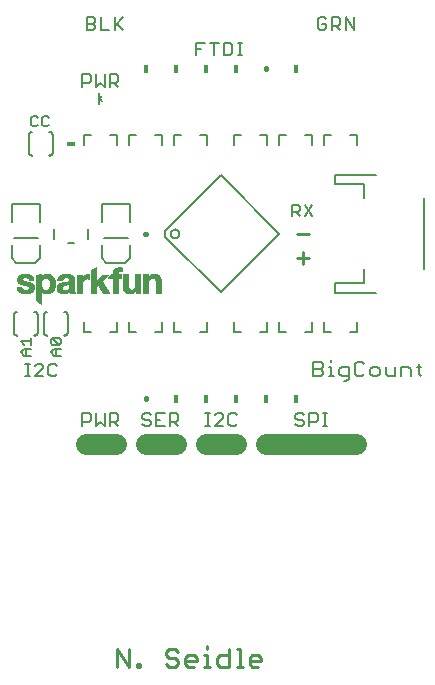
<source format=gto>
G75*
G70*
%OFA0B0*%
%FSLAX24Y24*%
%IPPOS*%
%LPD*%
%AMOC8*
5,1,8,0,0,1.08239X$1,22.5*
%
%ADD10C,0.0080*%
%ADD11C,0.0110*%
%ADD12C,0.0070*%
%ADD13C,0.0060*%
%ADD14C,0.0700*%
%ADD15C,0.0010*%
%ADD16R,0.0160X0.0280*%
%ADD17C,0.0160*%
%ADD18C,0.0050*%
%ADD19R,0.0280X0.0160*%
D10*
X013223Y008423D02*
X013223Y008844D01*
X013434Y008844D01*
X013504Y008774D01*
X013504Y008634D01*
X013434Y008563D01*
X013223Y008563D01*
X013684Y008423D02*
X013824Y008563D01*
X013964Y008423D01*
X013964Y008844D01*
X014144Y008844D02*
X014354Y008844D01*
X014424Y008774D01*
X014424Y008634D01*
X014354Y008563D01*
X014144Y008563D01*
X014144Y008423D02*
X014144Y008844D01*
X014284Y008563D02*
X014424Y008423D01*
X013684Y008423D02*
X013684Y008844D01*
X015223Y008774D02*
X015223Y008704D01*
X015293Y008634D01*
X015434Y008634D01*
X015504Y008563D01*
X015504Y008493D01*
X015434Y008423D01*
X015293Y008423D01*
X015223Y008493D01*
X015223Y008774D02*
X015293Y008844D01*
X015434Y008844D01*
X015504Y008774D01*
X015684Y008844D02*
X015684Y008423D01*
X015964Y008423D01*
X016144Y008423D02*
X016144Y008844D01*
X016354Y008844D01*
X016424Y008774D01*
X016424Y008634D01*
X016354Y008563D01*
X016144Y008563D01*
X016284Y008563D02*
X016424Y008423D01*
X015964Y008844D02*
X015684Y008844D01*
X015684Y008634D02*
X015824Y008634D01*
X017323Y008844D02*
X017463Y008844D01*
X017393Y008844D02*
X017393Y008423D01*
X017323Y008423D02*
X017463Y008423D01*
X017630Y008423D02*
X017910Y008704D01*
X017910Y008774D01*
X017840Y008844D01*
X017700Y008844D01*
X017630Y008774D01*
X018091Y008774D02*
X018091Y008493D01*
X018161Y008423D01*
X018301Y008423D01*
X018371Y008493D01*
X018371Y008774D02*
X018301Y008844D01*
X018161Y008844D01*
X018091Y008774D01*
X017910Y008423D02*
X017630Y008423D01*
X020323Y008493D02*
X020393Y008423D01*
X020534Y008423D01*
X020604Y008493D01*
X020604Y008563D01*
X020534Y008634D01*
X020393Y008634D01*
X020323Y008704D01*
X020323Y008774D01*
X020393Y008844D01*
X020534Y008844D01*
X020604Y008774D01*
X020784Y008844D02*
X020994Y008844D01*
X021064Y008774D01*
X021064Y008634D01*
X020994Y008563D01*
X020784Y008563D01*
X020784Y008423D02*
X020784Y008844D01*
X021244Y008844D02*
X021384Y008844D01*
X021314Y008844D02*
X021314Y008423D01*
X021244Y008423D02*
X021384Y008423D01*
X021943Y009913D02*
X022023Y009913D01*
X022103Y009993D01*
X022103Y010394D01*
X021863Y010394D01*
X021783Y010314D01*
X021783Y010153D01*
X021863Y010073D01*
X022103Y010073D01*
X022298Y010153D02*
X022378Y010073D01*
X022539Y010073D01*
X022619Y010153D01*
X022814Y010153D02*
X022814Y010314D01*
X022894Y010394D01*
X023054Y010394D01*
X023134Y010314D01*
X023134Y010153D01*
X023054Y010073D01*
X022894Y010073D01*
X022814Y010153D01*
X023330Y010153D02*
X023330Y010394D01*
X023330Y010153D02*
X023410Y010073D01*
X023650Y010073D01*
X023650Y010394D01*
X023845Y010394D02*
X024085Y010394D01*
X024166Y010314D01*
X024166Y010073D01*
X024441Y010153D02*
X024521Y010073D01*
X024441Y010153D02*
X024441Y010474D01*
X024361Y010394D02*
X024521Y010394D01*
X023845Y010394D02*
X023845Y010073D01*
X022619Y010474D02*
X022539Y010554D01*
X022378Y010554D01*
X022298Y010474D01*
X022298Y010153D01*
X021599Y010073D02*
X021439Y010073D01*
X021519Y010073D02*
X021519Y010394D01*
X021439Y010394D01*
X021519Y010554D02*
X021519Y010634D01*
X021244Y010474D02*
X021244Y010394D01*
X021164Y010314D01*
X020923Y010314D01*
X020923Y010554D02*
X020923Y010073D01*
X021164Y010073D01*
X021244Y010153D01*
X021244Y010233D01*
X021164Y010314D01*
X021244Y010474D02*
X021164Y010554D01*
X020923Y010554D01*
X020885Y011558D02*
X020885Y011873D01*
X020885Y011558D02*
X020648Y011558D01*
X021282Y011558D02*
X021282Y011873D01*
X021282Y011558D02*
X021518Y011558D01*
X022148Y011558D02*
X022385Y011558D01*
X022385Y011873D01*
X023018Y012861D02*
X021640Y012861D01*
X021640Y013176D01*
X022625Y013176D01*
X022625Y013648D01*
X024593Y013648D02*
X024593Y016010D01*
X023018Y016798D02*
X021640Y016798D01*
X021640Y016483D01*
X022625Y016483D01*
X022625Y016010D01*
X022385Y017794D02*
X022385Y018109D01*
X022148Y018109D01*
X021518Y018109D02*
X021282Y018109D01*
X021282Y017794D01*
X020885Y017794D02*
X020885Y018109D01*
X020648Y018109D01*
X020018Y018109D02*
X019782Y018109D01*
X019782Y017794D01*
X019385Y017794D02*
X019385Y018109D01*
X019148Y018109D01*
X018518Y018109D02*
X018282Y018109D01*
X018282Y017794D01*
X017385Y017794D02*
X017385Y018109D01*
X017148Y018109D01*
X016518Y018109D02*
X016282Y018109D01*
X016282Y017794D01*
X015885Y017794D02*
X015885Y018109D01*
X015648Y018109D01*
X015018Y018109D02*
X014782Y018109D01*
X014782Y017794D01*
X014385Y017794D02*
X014385Y018109D01*
X014148Y018109D01*
X013518Y018109D02*
X013282Y018109D01*
X013282Y017794D01*
X012227Y017518D02*
X012227Y018148D01*
X012227Y018149D02*
X012222Y018165D01*
X012214Y018181D01*
X012204Y018195D01*
X012192Y018207D01*
X012177Y018217D01*
X012161Y018224D01*
X012144Y018228D01*
X012127Y018229D01*
X012109Y018227D01*
X011558Y018227D02*
X011538Y018229D01*
X011519Y018227D01*
X011500Y018221D01*
X011483Y018212D01*
X011467Y018200D01*
X011455Y018185D01*
X011446Y018167D01*
X011440Y018149D01*
X011440Y018148D02*
X011440Y017518D01*
X011446Y017500D01*
X011455Y017482D01*
X011467Y017467D01*
X011483Y017455D01*
X011500Y017446D01*
X011519Y017440D01*
X011538Y017438D01*
X011558Y017440D01*
X012109Y017440D02*
X012127Y017438D01*
X012144Y017439D01*
X012161Y017443D01*
X012177Y017450D01*
X012192Y017460D01*
X012204Y017472D01*
X012214Y017486D01*
X012222Y017502D01*
X012227Y017518D01*
X011806Y015818D02*
X010861Y015818D01*
X010861Y015227D01*
X011806Y015227D02*
X011806Y015818D01*
X012273Y015002D02*
X012273Y014664D01*
X012728Y014514D02*
X012939Y014514D01*
X013393Y014664D02*
X013393Y015002D01*
X013861Y015227D02*
X013861Y015818D01*
X014806Y015818D01*
X014806Y015227D01*
X014806Y014440D02*
X014806Y014007D01*
X014648Y013849D01*
X014018Y013849D01*
X013861Y014007D01*
X013861Y014440D01*
X011806Y014440D02*
X011806Y014007D01*
X011648Y013849D01*
X011018Y013849D01*
X010861Y014007D01*
X010861Y014440D01*
X010940Y012148D02*
X010940Y011518D01*
X010946Y011500D01*
X010955Y011482D01*
X010967Y011467D01*
X010983Y011455D01*
X011000Y011446D01*
X011019Y011440D01*
X011038Y011438D01*
X011058Y011440D01*
X011609Y011440D02*
X011627Y011438D01*
X011644Y011439D01*
X011661Y011443D01*
X011677Y011450D01*
X011692Y011460D01*
X011704Y011472D01*
X011714Y011486D01*
X011722Y011502D01*
X011727Y011518D01*
X011727Y012148D01*
X011727Y012149D02*
X011722Y012165D01*
X011714Y012181D01*
X011704Y012195D01*
X011692Y012207D01*
X011677Y012217D01*
X011661Y012224D01*
X011644Y012228D01*
X011627Y012229D01*
X011609Y012227D01*
X011940Y012148D02*
X011940Y011518D01*
X011946Y011500D01*
X011955Y011482D01*
X011967Y011467D01*
X011983Y011455D01*
X012000Y011446D01*
X012019Y011440D01*
X012038Y011438D01*
X012058Y011440D01*
X012609Y011440D02*
X012627Y011438D01*
X012644Y011439D01*
X012661Y011443D01*
X012677Y011450D01*
X012692Y011460D01*
X012704Y011472D01*
X012714Y011486D01*
X012722Y011502D01*
X012727Y011518D01*
X012727Y012148D01*
X012727Y012149D02*
X012722Y012165D01*
X012714Y012181D01*
X012704Y012195D01*
X012692Y012207D01*
X012677Y012217D01*
X012661Y012224D01*
X012644Y012228D01*
X012627Y012229D01*
X012609Y012227D01*
X012058Y012227D02*
X012038Y012229D01*
X012019Y012227D01*
X012000Y012221D01*
X011983Y012212D01*
X011967Y012200D01*
X011955Y012185D01*
X011946Y012167D01*
X011940Y012149D01*
X011058Y012227D02*
X011038Y012229D01*
X011019Y012227D01*
X011000Y012221D01*
X010983Y012212D01*
X010967Y012200D01*
X010955Y012185D01*
X010946Y012167D01*
X010940Y012149D01*
X013282Y011873D02*
X013282Y011558D01*
X013518Y011558D01*
X014148Y011558D02*
X014385Y011558D01*
X014385Y011873D01*
X014782Y011873D02*
X014782Y011558D01*
X015018Y011558D01*
X015648Y011558D02*
X015885Y011558D01*
X015885Y011873D01*
X016282Y011873D02*
X016282Y011558D01*
X016518Y011558D01*
X017148Y011558D02*
X017385Y011558D01*
X017385Y011873D01*
X018282Y011873D02*
X018282Y011558D01*
X018518Y011558D01*
X019148Y011558D02*
X019385Y011558D01*
X019385Y011873D01*
X019782Y011873D02*
X019782Y011558D01*
X020018Y011558D01*
X012371Y010424D02*
X012301Y010494D01*
X012161Y010494D01*
X012091Y010424D01*
X012091Y010143D01*
X012161Y010073D01*
X012301Y010073D01*
X012371Y010143D01*
X011910Y010073D02*
X011630Y010073D01*
X011910Y010354D01*
X011910Y010424D01*
X011840Y010494D01*
X011700Y010494D01*
X011630Y010424D01*
X011463Y010494D02*
X011323Y010494D01*
X011393Y010494D02*
X011393Y010073D01*
X011323Y010073D02*
X011463Y010073D01*
X013766Y019152D02*
X013766Y019333D01*
X013888Y019425D01*
X013766Y019514D02*
X013766Y019333D01*
X013772Y019323D02*
X013888Y019247D01*
X013964Y019723D02*
X013964Y020144D01*
X014144Y020144D02*
X014354Y020144D01*
X014424Y020074D01*
X014424Y019934D01*
X014354Y019863D01*
X014144Y019863D01*
X014144Y019723D02*
X014144Y020144D01*
X013684Y020144D02*
X013684Y019723D01*
X013824Y019863D01*
X013964Y019723D01*
X014284Y019863D02*
X014424Y019723D01*
X013504Y019934D02*
X013434Y019863D01*
X013223Y019863D01*
X013223Y019723D02*
X013223Y020144D01*
X013434Y020144D01*
X013504Y020074D01*
X013504Y019934D01*
X013584Y021623D02*
X013373Y021623D01*
X013373Y022044D01*
X013584Y022044D01*
X013654Y021974D01*
X013654Y021904D01*
X013584Y021834D01*
X013373Y021834D01*
X013584Y021834D02*
X013654Y021763D01*
X013654Y021693D01*
X013584Y021623D01*
X013834Y021623D02*
X013834Y022044D01*
X013834Y021623D02*
X014114Y021623D01*
X014294Y021623D02*
X014294Y022044D01*
X014364Y021834D02*
X014574Y021623D01*
X014294Y021763D02*
X014574Y022044D01*
X017023Y021194D02*
X017023Y020773D01*
X017023Y020984D02*
X017163Y020984D01*
X017023Y021194D02*
X017304Y021194D01*
X017484Y021194D02*
X017764Y021194D01*
X017624Y021194D02*
X017624Y020773D01*
X017944Y020773D02*
X018154Y020773D01*
X018224Y020843D01*
X018224Y021124D01*
X018154Y021194D01*
X017944Y021194D01*
X017944Y020773D01*
X018405Y020773D02*
X018545Y020773D01*
X018475Y020773D02*
X018475Y021194D01*
X018405Y021194D02*
X018545Y021194D01*
X021073Y021693D02*
X021143Y021623D01*
X021284Y021623D01*
X021354Y021693D01*
X021354Y021834D01*
X021213Y021834D01*
X021073Y021974D02*
X021073Y021693D01*
X021073Y021974D02*
X021143Y022044D01*
X021284Y022044D01*
X021354Y021974D01*
X021534Y022044D02*
X021534Y021623D01*
X021534Y021763D02*
X021744Y021763D01*
X021814Y021834D01*
X021814Y021974D01*
X021744Y022044D01*
X021534Y022044D01*
X021674Y021763D02*
X021814Y021623D01*
X021994Y021623D02*
X021994Y022044D01*
X022274Y021623D01*
X022274Y022044D01*
D11*
X020782Y014834D02*
X020388Y014834D01*
X020585Y014230D02*
X020585Y013837D01*
X020388Y014034D02*
X020782Y014034D01*
X018461Y000979D02*
X018461Y000388D01*
X018363Y000388D02*
X018560Y000388D01*
X018793Y000487D02*
X018891Y000388D01*
X019088Y000388D01*
X019186Y000585D02*
X018793Y000585D01*
X018793Y000487D02*
X018793Y000684D01*
X018891Y000782D01*
X019088Y000782D01*
X019186Y000684D01*
X019186Y000585D01*
X018461Y000979D02*
X018363Y000979D01*
X018112Y000979D02*
X018112Y000388D01*
X017817Y000388D01*
X017719Y000487D01*
X017719Y000684D01*
X017817Y000782D01*
X018112Y000782D01*
X017387Y000782D02*
X017387Y000388D01*
X017289Y000388D02*
X017486Y000388D01*
X017038Y000585D02*
X016644Y000585D01*
X016644Y000487D02*
X016644Y000684D01*
X016743Y000782D01*
X016940Y000782D01*
X017038Y000684D01*
X017038Y000585D01*
X016940Y000388D02*
X016743Y000388D01*
X016644Y000487D01*
X016393Y000487D02*
X016295Y000388D01*
X016098Y000388D01*
X016000Y000487D01*
X016098Y000684D02*
X016295Y000684D01*
X016393Y000585D01*
X016393Y000487D01*
X016098Y000684D02*
X016000Y000782D01*
X016000Y000880D01*
X016098Y000979D01*
X016295Y000979D01*
X016393Y000880D01*
X017289Y000782D02*
X017387Y000782D01*
X017387Y000979D02*
X017387Y001077D01*
X015131Y000487D02*
X015131Y000388D01*
X015033Y000388D01*
X015033Y000487D01*
X015131Y000487D01*
X014782Y000388D02*
X014782Y000979D01*
X014388Y000979D02*
X014782Y000388D01*
X014388Y000388D02*
X014388Y000979D01*
D12*
X020218Y015418D02*
X020218Y015799D01*
X020408Y015799D01*
X020472Y015735D01*
X020472Y015608D01*
X020408Y015545D01*
X020218Y015545D01*
X020345Y015545D02*
X020472Y015418D01*
X020633Y015418D02*
X020886Y015799D01*
X020633Y015799D02*
X020886Y015418D01*
D13*
X019785Y014833D02*
X017833Y012882D01*
X015981Y014735D01*
X015981Y014932D01*
X017833Y016785D01*
X019785Y014833D01*
X016165Y014833D02*
X016167Y014856D01*
X016173Y014879D01*
X016182Y014900D01*
X016195Y014920D01*
X016211Y014937D01*
X016229Y014951D01*
X016249Y014962D01*
X016271Y014970D01*
X016294Y014974D01*
X016318Y014974D01*
X016341Y014970D01*
X016363Y014962D01*
X016383Y014951D01*
X016401Y014937D01*
X016417Y014920D01*
X016430Y014900D01*
X016439Y014879D01*
X016445Y014856D01*
X016447Y014833D01*
X016445Y014810D01*
X016439Y014787D01*
X016430Y014766D01*
X016417Y014746D01*
X016401Y014729D01*
X016383Y014715D01*
X016363Y014704D01*
X016341Y014696D01*
X016318Y014692D01*
X016294Y014692D01*
X016271Y014696D01*
X016249Y014704D01*
X016229Y014715D01*
X016211Y014729D01*
X016195Y014746D01*
X016182Y014766D01*
X016173Y014787D01*
X016167Y014810D01*
X016165Y014833D01*
X012109Y018470D02*
X012052Y018413D01*
X011938Y018413D01*
X011882Y018470D01*
X011882Y018697D01*
X011938Y018754D01*
X012052Y018754D01*
X012109Y018697D01*
X011740Y018697D02*
X011683Y018754D01*
X011570Y018754D01*
X011513Y018697D01*
X011513Y018470D01*
X011570Y018413D01*
X011683Y018413D01*
X011740Y018470D01*
X011503Y011359D02*
X011503Y011132D01*
X011503Y011245D02*
X011163Y011245D01*
X011276Y011132D01*
X011276Y010990D02*
X011503Y010990D01*
X011333Y010990D02*
X011333Y010763D01*
X011276Y010763D02*
X011163Y010877D01*
X011276Y010990D01*
X011276Y010763D02*
X011503Y010763D01*
X012163Y010877D02*
X012276Y010990D01*
X012503Y010990D01*
X012447Y011132D02*
X012220Y011359D01*
X012447Y011359D01*
X012503Y011302D01*
X012503Y011188D01*
X012447Y011132D01*
X012220Y011132D01*
X012163Y011188D01*
X012163Y011302D01*
X012220Y011359D01*
X012333Y010990D02*
X012333Y010763D01*
X012276Y010763D02*
X012163Y010877D01*
X012276Y010763D02*
X012503Y010763D01*
D14*
X013333Y007833D02*
X014333Y007833D01*
X015333Y007833D02*
X016333Y007833D01*
X017333Y007833D02*
X018333Y007833D01*
X019333Y007833D02*
X022333Y007833D01*
D15*
X015426Y013396D02*
X015437Y013411D01*
X015453Y013430D01*
X015471Y013446D01*
X015507Y013469D01*
X015546Y013483D01*
X015587Y013489D01*
X015666Y013487D01*
X015705Y013479D01*
X015740Y013463D01*
X015771Y013438D01*
X015791Y013416D01*
X015806Y013390D01*
X015816Y013362D01*
X015826Y013319D01*
X015829Y013274D01*
X015829Y012859D01*
X015668Y012859D01*
X015668Y013239D01*
X015666Y013268D01*
X015658Y013296D01*
X015645Y013322D01*
X015633Y013338D01*
X015617Y013351D01*
X015599Y013360D01*
X015587Y013364D01*
X015573Y013364D01*
X015529Y013362D01*
X015507Y013359D01*
X015485Y013350D01*
X015466Y013337D01*
X015252Y013337D01*
X015252Y013329D02*
X015459Y013329D01*
X015466Y013337D02*
X015445Y013314D01*
X015430Y013286D01*
X015252Y013286D01*
X015252Y013278D02*
X015428Y013278D01*
X015430Y013286D02*
X015422Y013256D01*
X015418Y013224D01*
X015418Y012855D01*
X015252Y012855D01*
X015252Y013474D01*
X015411Y013474D01*
X015411Y013387D01*
X015414Y013387D01*
X015418Y013388D01*
X015421Y013390D01*
X015426Y013396D01*
X015437Y013411D01*
X015439Y013414D02*
X015792Y013414D01*
X015797Y013405D02*
X015433Y013405D01*
X015427Y013397D02*
X015802Y013397D01*
X015806Y013388D02*
X015418Y013388D01*
X015414Y013387D02*
X015411Y013387D01*
X015411Y013474D01*
X015252Y013474D01*
X015252Y012855D01*
X015418Y012855D01*
X015418Y013197D01*
X015418Y013193D02*
X015252Y013193D01*
X015252Y013201D02*
X015418Y013201D01*
X015418Y013210D02*
X015252Y013210D01*
X015252Y013218D02*
X015418Y013218D01*
X015419Y013227D02*
X015252Y013227D01*
X015252Y013235D02*
X015419Y013235D01*
X015420Y013244D02*
X015252Y013244D01*
X015252Y013252D02*
X015421Y013252D01*
X015423Y013261D02*
X015252Y013261D01*
X015252Y013269D02*
X015425Y013269D01*
X015435Y013295D02*
X015252Y013295D01*
X015252Y013303D02*
X015439Y013303D01*
X015444Y013312D02*
X015252Y013312D01*
X015252Y013320D02*
X015451Y013320D01*
X015479Y013346D02*
X015252Y013346D01*
X015252Y013354D02*
X015495Y013354D01*
X015539Y013363D02*
X015252Y013363D01*
X015252Y013371D02*
X015813Y013371D01*
X015816Y013363D02*
X015590Y013363D01*
X015611Y013354D02*
X015818Y013354D01*
X015820Y013346D02*
X015624Y013346D01*
X015634Y013337D02*
X015822Y013337D01*
X015824Y013329D02*
X015640Y013329D01*
X015646Y013320D02*
X015825Y013320D01*
X015826Y013312D02*
X015650Y013312D01*
X015816Y013362D02*
X015809Y013383D01*
X015799Y013403D01*
X015786Y013422D01*
X015771Y013438D01*
X015770Y013439D02*
X015464Y013439D01*
X015454Y013431D02*
X015778Y013431D01*
X015785Y013422D02*
X015447Y013422D01*
X015411Y013422D02*
X015252Y013422D01*
X015252Y013414D02*
X015411Y013414D01*
X015411Y013405D02*
X015252Y013405D01*
X015252Y013397D02*
X015411Y013397D01*
X015414Y013387D02*
X015418Y013388D01*
X015421Y013390D01*
X015411Y013388D02*
X015252Y013388D01*
X015252Y013380D02*
X015810Y013380D01*
X015827Y013303D02*
X015655Y013303D01*
X015658Y013295D02*
X015828Y013295D01*
X015828Y013286D02*
X015661Y013286D01*
X015663Y013278D02*
X015829Y013278D01*
X015829Y013274D02*
X015829Y012859D01*
X015668Y012859D01*
X015668Y013239D01*
X015668Y013235D02*
X015829Y013235D01*
X015829Y013227D02*
X015668Y013227D01*
X015668Y013218D02*
X015829Y013218D01*
X015829Y013210D02*
X015668Y013210D01*
X015668Y013201D02*
X015829Y013201D01*
X015829Y013193D02*
X015668Y013193D01*
X015668Y013184D02*
X015829Y013184D01*
X015829Y013176D02*
X015668Y013176D01*
X015668Y013167D02*
X015829Y013167D01*
X015829Y013159D02*
X015668Y013159D01*
X015668Y013150D02*
X015829Y013150D01*
X015829Y013142D02*
X015668Y013142D01*
X015668Y013133D02*
X015829Y013133D01*
X015829Y013125D02*
X015668Y013125D01*
X015668Y013116D02*
X015829Y013116D01*
X015829Y013108D02*
X015668Y013108D01*
X015668Y013099D02*
X015829Y013099D01*
X015829Y013091D02*
X015668Y013091D01*
X015668Y013082D02*
X015829Y013082D01*
X015829Y013074D02*
X015668Y013074D01*
X015668Y013065D02*
X015829Y013065D01*
X015829Y013057D02*
X015668Y013057D01*
X015668Y013048D02*
X015829Y013048D01*
X015829Y013040D02*
X015668Y013040D01*
X015668Y013031D02*
X015829Y013031D01*
X015829Y013023D02*
X015668Y013023D01*
X015668Y013014D02*
X015829Y013014D01*
X015829Y013006D02*
X015668Y013006D01*
X015668Y012997D02*
X015829Y012997D01*
X015829Y012989D02*
X015668Y012989D01*
X015668Y012980D02*
X015829Y012980D01*
X015829Y012972D02*
X015668Y012972D01*
X015668Y012963D02*
X015829Y012963D01*
X015829Y012955D02*
X015668Y012955D01*
X015668Y012946D02*
X015829Y012946D01*
X015829Y012938D02*
X015668Y012938D01*
X015668Y012929D02*
X015829Y012929D01*
X015829Y012921D02*
X015668Y012921D01*
X015668Y012912D02*
X015829Y012912D01*
X015829Y012904D02*
X015668Y012904D01*
X015668Y012895D02*
X015829Y012895D01*
X015829Y012887D02*
X015668Y012887D01*
X015668Y012878D02*
X015829Y012878D01*
X015829Y012870D02*
X015668Y012870D01*
X015668Y012861D02*
X015829Y012861D01*
X015666Y013488D02*
X015627Y013490D01*
X015587Y013489D01*
X015542Y013482D02*
X015693Y013482D01*
X015718Y013473D02*
X015519Y013473D01*
X015501Y013465D02*
X015736Y013465D01*
X015748Y013456D02*
X015487Y013456D01*
X015474Y013448D02*
X015759Y013448D01*
X015771Y013438D02*
X015754Y013454D01*
X015734Y013467D01*
X015712Y013477D01*
X015690Y013483D01*
X015667Y013487D01*
X015471Y013446D02*
X015453Y013430D01*
X015437Y013411D01*
X015411Y013431D02*
X015252Y013431D01*
X015252Y013439D02*
X015411Y013439D01*
X015411Y013448D02*
X015252Y013448D01*
X015252Y013456D02*
X015411Y013456D01*
X015411Y013465D02*
X015252Y013465D01*
X015252Y013473D02*
X015411Y013473D01*
X015427Y013396D02*
X015422Y013390D01*
X015817Y013363D02*
X015824Y013334D01*
X015828Y013304D01*
X015830Y013274D01*
X015829Y013269D02*
X015665Y013269D01*
X015666Y013261D02*
X015829Y013261D01*
X015829Y013252D02*
X015667Y013252D01*
X015668Y013244D02*
X015829Y013244D01*
X015430Y013286D02*
X015424Y013266D01*
X015420Y013245D01*
X015418Y013224D01*
X015418Y013184D02*
X015252Y013184D01*
X015252Y013176D02*
X015418Y013176D01*
X015418Y013167D02*
X015252Y013167D01*
X015252Y013159D02*
X015418Y013159D01*
X015418Y013150D02*
X015252Y013150D01*
X015252Y013142D02*
X015418Y013142D01*
X015418Y013133D02*
X015252Y013133D01*
X015252Y013125D02*
X015418Y013125D01*
X015418Y013116D02*
X015252Y013116D01*
X015252Y013108D02*
X015418Y013108D01*
X015418Y013099D02*
X015252Y013099D01*
X015252Y013091D02*
X015418Y013091D01*
X015418Y013082D02*
X015252Y013082D01*
X015252Y013074D02*
X015418Y013074D01*
X015418Y013065D02*
X015252Y013065D01*
X015252Y013057D02*
X015418Y013057D01*
X015418Y013048D02*
X015252Y013048D01*
X015252Y013040D02*
X015418Y013040D01*
X015418Y013031D02*
X015252Y013031D01*
X015252Y013023D02*
X015418Y013023D01*
X015418Y013014D02*
X015252Y013014D01*
X015252Y013006D02*
X015418Y013006D01*
X015418Y012997D02*
X015252Y012997D01*
X015252Y012989D02*
X015418Y012989D01*
X015418Y012980D02*
X015252Y012980D01*
X015252Y012972D02*
X015418Y012972D01*
X015418Y012963D02*
X015252Y012963D01*
X015252Y012955D02*
X015418Y012955D01*
X015418Y012946D02*
X015252Y012946D01*
X015252Y012938D02*
X015418Y012938D01*
X015418Y012929D02*
X015252Y012929D01*
X015252Y012921D02*
X015418Y012921D01*
X015418Y012912D02*
X015252Y012912D01*
X015252Y012904D02*
X015418Y012904D01*
X015418Y012895D02*
X015252Y012895D01*
X015252Y012887D02*
X015418Y012887D01*
X015418Y012878D02*
X015252Y012878D01*
X015252Y012870D02*
X015418Y012870D01*
X015418Y012861D02*
X015252Y012861D01*
X015154Y012861D02*
X014996Y012861D01*
X014996Y012858D02*
X015154Y012858D01*
X015154Y013473D01*
X014988Y013473D01*
X014988Y013146D01*
X014985Y013097D01*
X014976Y013049D01*
X014968Y013027D01*
X014954Y013007D01*
X014936Y012990D01*
X014915Y012978D01*
X014887Y012970D01*
X014858Y012967D01*
X014828Y012970D01*
X014800Y012979D01*
X014784Y012989D01*
X014584Y012989D01*
X014582Y012997D02*
X014774Y012997D01*
X014770Y013001D02*
X014758Y013016D01*
X014744Y013048D01*
X014576Y013048D01*
X014575Y013050D02*
X014579Y013007D01*
X014591Y012965D01*
X014610Y012926D01*
X014636Y012891D01*
X014646Y012882D01*
X014682Y012862D01*
X014721Y012848D01*
X014761Y012842D01*
X014820Y012844D01*
X014878Y012852D01*
X014889Y012856D01*
X014898Y012860D01*
X014935Y012886D01*
X014968Y012917D01*
X014995Y012952D01*
X014996Y012952D01*
X014996Y012858D01*
X014996Y012870D02*
X015154Y012870D01*
X015154Y012878D02*
X014996Y012878D01*
X014996Y012887D02*
X015154Y012887D01*
X015154Y012895D02*
X014996Y012895D01*
X014996Y012904D02*
X015154Y012904D01*
X015154Y012912D02*
X014996Y012912D01*
X014996Y012921D02*
X015154Y012921D01*
X015154Y012929D02*
X014996Y012929D01*
X014996Y012938D02*
X015154Y012938D01*
X015154Y012946D02*
X014996Y012946D01*
X014991Y012946D02*
X014600Y012946D01*
X014605Y012938D02*
X014984Y012938D01*
X014977Y012929D02*
X014609Y012929D01*
X014614Y012921D02*
X014970Y012921D01*
X014962Y012912D02*
X014621Y012912D01*
X014627Y012904D02*
X014953Y012904D01*
X014944Y012895D02*
X014633Y012895D01*
X014641Y012887D02*
X014935Y012887D01*
X014924Y012878D02*
X014653Y012878D01*
X014668Y012870D02*
X014912Y012870D01*
X014900Y012861D02*
X014683Y012861D01*
X014707Y012853D02*
X014880Y012853D01*
X014825Y012844D02*
X014748Y012844D01*
X014799Y012980D02*
X014587Y012980D01*
X014589Y012972D02*
X014824Y012972D01*
X014784Y012989D02*
X014770Y013001D01*
X014766Y013006D02*
X014580Y013006D01*
X014579Y013014D02*
X014760Y013014D01*
X014755Y013023D02*
X014578Y013023D01*
X014577Y013031D02*
X014752Y013031D01*
X014748Y013040D02*
X014576Y013040D01*
X014575Y013050D02*
X014575Y013475D01*
X014738Y013475D01*
X014738Y013081D01*
X014744Y013048D01*
X014743Y013057D02*
X014575Y013057D01*
X014575Y013065D02*
X014741Y013065D01*
X014740Y013074D02*
X014575Y013074D01*
X014575Y013082D02*
X014738Y013082D01*
X014738Y013091D02*
X014575Y013091D01*
X014575Y013099D02*
X014738Y013099D01*
X014738Y013108D02*
X014575Y013108D01*
X014575Y013116D02*
X014738Y013116D01*
X014738Y013125D02*
X014575Y013125D01*
X014575Y013133D02*
X014738Y013133D01*
X014738Y013142D02*
X014575Y013142D01*
X014575Y013150D02*
X014738Y013150D01*
X014738Y013159D02*
X014575Y013159D01*
X014575Y013167D02*
X014738Y013167D01*
X014738Y013176D02*
X014575Y013176D01*
X014575Y013184D02*
X014738Y013184D01*
X014738Y013193D02*
X014575Y013193D01*
X014575Y013201D02*
X014738Y013201D01*
X014738Y013210D02*
X014575Y013210D01*
X014575Y013218D02*
X014738Y013218D01*
X014738Y013227D02*
X014575Y013227D01*
X014575Y013235D02*
X014738Y013235D01*
X014738Y013244D02*
X014575Y013244D01*
X014575Y013252D02*
X014738Y013252D01*
X014738Y013261D02*
X014575Y013261D01*
X014575Y013269D02*
X014738Y013269D01*
X014738Y013278D02*
X014575Y013278D01*
X014575Y013286D02*
X014738Y013286D01*
X014738Y013295D02*
X014575Y013295D01*
X014575Y013303D02*
X014738Y013303D01*
X014738Y013312D02*
X014575Y013312D01*
X014575Y013320D02*
X014738Y013320D01*
X014738Y013329D02*
X014575Y013329D01*
X014575Y013337D02*
X014738Y013337D01*
X014738Y013346D02*
X014575Y013346D01*
X014575Y013354D02*
X014738Y013354D01*
X014738Y013363D02*
X014575Y013363D01*
X014575Y013371D02*
X014738Y013371D01*
X014738Y013380D02*
X014575Y013380D01*
X014575Y013388D02*
X014738Y013388D01*
X014738Y013397D02*
X014575Y013397D01*
X014575Y013405D02*
X014738Y013405D01*
X014738Y013414D02*
X014575Y013414D01*
X014575Y013422D02*
X014738Y013422D01*
X014738Y013431D02*
X014575Y013431D01*
X014575Y013439D02*
X014738Y013439D01*
X014738Y013448D02*
X014575Y013448D01*
X014575Y013456D02*
X014738Y013456D01*
X014738Y013465D02*
X014575Y013465D01*
X014575Y013473D02*
X014738Y013473D01*
X014517Y013473D02*
X014183Y013473D01*
X014237Y013473D01*
X014237Y013491D01*
X014244Y013575D01*
X014418Y013575D01*
X014418Y013576D02*
X014410Y013565D01*
X014403Y013547D01*
X014400Y013528D01*
X014400Y013473D01*
X014517Y013473D01*
X014517Y013368D01*
X014399Y013368D01*
X014399Y012855D01*
X014235Y012855D01*
X014235Y013367D01*
X014078Y013368D01*
X014183Y013473D01*
X014175Y013465D02*
X014517Y013465D01*
X014517Y013456D02*
X014166Y013456D01*
X014158Y013448D02*
X014517Y013448D01*
X014517Y013439D02*
X014149Y013439D01*
X014141Y013431D02*
X014517Y013431D01*
X014517Y013422D02*
X014132Y013422D01*
X014124Y013414D02*
X014517Y013414D01*
X014517Y013405D02*
X014115Y013405D01*
X014107Y013397D02*
X014517Y013397D01*
X014517Y013388D02*
X014098Y013388D01*
X014090Y013380D02*
X014517Y013380D01*
X014517Y013371D02*
X014081Y013371D01*
X014036Y013422D02*
X013853Y013422D01*
X013845Y013414D02*
X014027Y013414D01*
X014019Y013405D02*
X013836Y013405D01*
X013828Y013397D02*
X014010Y013397D01*
X014001Y013388D02*
X013819Y013388D01*
X013811Y013380D02*
X013993Y013380D01*
X013984Y013371D02*
X013802Y013371D01*
X013794Y013363D02*
X013975Y013363D01*
X013967Y013354D02*
X013785Y013354D01*
X013777Y013346D02*
X013958Y013346D01*
X013949Y013337D02*
X013768Y013337D01*
X013760Y013329D02*
X013941Y013329D01*
X013932Y013320D02*
X013751Y013320D01*
X013743Y013312D02*
X013923Y013312D01*
X013914Y013303D02*
X013734Y013303D01*
X013726Y013295D02*
X013906Y013295D01*
X013897Y013286D02*
X013717Y013286D01*
X013709Y013278D02*
X013888Y013278D01*
X013880Y013269D02*
X013700Y013269D01*
X013692Y013261D02*
X013871Y013261D01*
X013862Y013252D02*
X013683Y013252D01*
X013679Y013252D02*
X013516Y013252D01*
X013516Y013244D02*
X013865Y013244D01*
X013860Y013250D02*
X014122Y012857D01*
X013922Y012858D01*
X013754Y013135D01*
X013752Y013138D01*
X013681Y013069D01*
X013681Y012854D01*
X013518Y012854D01*
X013516Y012856D01*
X013516Y013617D01*
X013679Y013710D01*
X013679Y013248D01*
X013903Y013472D01*
X014087Y013472D01*
X013860Y013250D01*
X013870Y013235D02*
X013516Y013235D01*
X013516Y013227D02*
X013876Y013227D01*
X013882Y013218D02*
X013516Y013218D01*
X013516Y013210D02*
X013887Y013210D01*
X013893Y013201D02*
X013516Y013201D01*
X013516Y013193D02*
X013899Y013193D01*
X013904Y013184D02*
X013516Y013184D01*
X013516Y013176D02*
X013910Y013176D01*
X013916Y013167D02*
X013516Y013167D01*
X013516Y013159D02*
X013921Y013159D01*
X013927Y013150D02*
X013516Y013150D01*
X013516Y013142D02*
X013933Y013142D01*
X013938Y013133D02*
X013756Y013133D01*
X013747Y013133D02*
X013516Y013133D01*
X013516Y013125D02*
X013738Y013125D01*
X013730Y013116D02*
X013516Y013116D01*
X013516Y013108D02*
X013721Y013108D01*
X013712Y013099D02*
X013516Y013099D01*
X013516Y013091D02*
X013703Y013091D01*
X013695Y013082D02*
X013516Y013082D01*
X013516Y013074D02*
X013686Y013074D01*
X013681Y013065D02*
X013516Y013065D01*
X013516Y013057D02*
X013681Y013057D01*
X013681Y013048D02*
X013516Y013048D01*
X013516Y013040D02*
X013681Y013040D01*
X013681Y013031D02*
X013516Y013031D01*
X013516Y013023D02*
X013681Y013023D01*
X013681Y013014D02*
X013516Y013014D01*
X013516Y013006D02*
X013681Y013006D01*
X013681Y012997D02*
X013516Y012997D01*
X013516Y012989D02*
X013681Y012989D01*
X013681Y012980D02*
X013516Y012980D01*
X013516Y012972D02*
X013681Y012972D01*
X013681Y012963D02*
X013516Y012963D01*
X013516Y012955D02*
X013681Y012955D01*
X013681Y012946D02*
X013516Y012946D01*
X013516Y012938D02*
X013681Y012938D01*
X013681Y012929D02*
X013516Y012929D01*
X013516Y012921D02*
X013681Y012921D01*
X013681Y012912D02*
X013516Y012912D01*
X013516Y012904D02*
X013681Y012904D01*
X013681Y012895D02*
X013516Y012895D01*
X013516Y012887D02*
X013681Y012887D01*
X013681Y012878D02*
X013516Y012878D01*
X013516Y012870D02*
X013681Y012870D01*
X013681Y012861D02*
X013516Y012861D01*
X013213Y012861D02*
X013049Y012861D01*
X013049Y012859D02*
X013213Y012859D01*
X013213Y013167D01*
X013050Y013167D01*
X013050Y013159D02*
X013213Y013159D01*
X013213Y013167D02*
X013216Y013201D01*
X013224Y013234D01*
X013239Y013266D01*
X013260Y013295D01*
X013287Y013317D01*
X013307Y013328D01*
X013328Y013336D01*
X013350Y013339D01*
X013411Y013339D01*
X013435Y013334D01*
X013441Y013333D01*
X013442Y013333D01*
X013442Y013485D01*
X013388Y013488D01*
X013361Y013485D01*
X013334Y013476D01*
X013310Y013462D01*
X013275Y013439D01*
X013442Y013439D01*
X013442Y013431D02*
X013264Y013431D01*
X013260Y013427D02*
X013275Y013439D01*
X013288Y013448D02*
X013442Y013448D01*
X013442Y013456D02*
X013301Y013456D01*
X013315Y013465D02*
X013442Y013465D01*
X013442Y013473D02*
X013329Y013473D01*
X013351Y013482D02*
X013442Y013482D01*
X013442Y013422D02*
X013256Y013422D01*
X013260Y013427D02*
X013247Y013412D01*
X013220Y013371D01*
X013442Y013371D01*
X013442Y013363D02*
X013215Y013363D01*
X013212Y013359D02*
X013220Y013371D01*
X013226Y013380D02*
X013442Y013380D01*
X013442Y013388D02*
X013232Y013388D01*
X013237Y013397D02*
X013442Y013397D01*
X013442Y013405D02*
X013243Y013405D01*
X013249Y013414D02*
X013442Y013414D01*
X013442Y013354D02*
X013050Y013354D01*
X013050Y013346D02*
X013442Y013346D01*
X013442Y013337D02*
X013421Y013337D01*
X013338Y013337D02*
X013050Y013337D01*
X013050Y013329D02*
X013309Y013329D01*
X013293Y013320D02*
X013050Y013320D01*
X013050Y013312D02*
X013281Y013312D01*
X013271Y013303D02*
X013050Y013303D01*
X013050Y013295D02*
X013261Y013295D01*
X013254Y013286D02*
X013050Y013286D01*
X013050Y013278D02*
X013248Y013278D01*
X013241Y013269D02*
X013050Y013269D01*
X013050Y013261D02*
X013236Y013261D01*
X013232Y013252D02*
X013050Y013252D01*
X013050Y013244D02*
X013229Y013244D01*
X013225Y013235D02*
X013050Y013235D01*
X013050Y013227D02*
X013222Y013227D01*
X013220Y013218D02*
X013050Y013218D01*
X013050Y013210D02*
X013218Y013210D01*
X013216Y013201D02*
X013050Y013201D01*
X013050Y013193D02*
X013216Y013193D01*
X013215Y013184D02*
X013050Y013184D01*
X013050Y013176D02*
X013214Y013176D01*
X013213Y013150D02*
X013050Y013150D01*
X013050Y013142D02*
X013213Y013142D01*
X013213Y013133D02*
X013050Y013133D01*
X013050Y013125D02*
X013213Y013125D01*
X013213Y013116D02*
X013050Y013116D01*
X013050Y013108D02*
X013213Y013108D01*
X013213Y013099D02*
X013050Y013099D01*
X013050Y013091D02*
X013213Y013091D01*
X013213Y013082D02*
X013050Y013082D01*
X013050Y013074D02*
X013213Y013074D01*
X013213Y013065D02*
X013050Y013065D01*
X013050Y013057D02*
X013213Y013057D01*
X013213Y013048D02*
X013050Y013048D01*
X013050Y013040D02*
X013213Y013040D01*
X013213Y013031D02*
X013050Y013031D01*
X013050Y013023D02*
X013213Y013023D01*
X013213Y013014D02*
X013050Y013014D01*
X013050Y013006D02*
X013213Y013006D01*
X013213Y012997D02*
X013050Y012997D01*
X013050Y012989D02*
X013213Y012989D01*
X013213Y012980D02*
X013050Y012980D01*
X013050Y012972D02*
X013213Y012972D01*
X013213Y012963D02*
X013049Y012963D01*
X013049Y012955D02*
X013213Y012955D01*
X013213Y012946D02*
X013049Y012946D01*
X013049Y012938D02*
X013213Y012938D01*
X013213Y012929D02*
X013049Y012929D01*
X013049Y012921D02*
X013213Y012921D01*
X013213Y012912D02*
X013049Y012912D01*
X013049Y012904D02*
X013213Y012904D01*
X013213Y012895D02*
X013049Y012895D01*
X013049Y012887D02*
X013213Y012887D01*
X013213Y012878D02*
X013049Y012878D01*
X013049Y012870D02*
X013213Y012870D01*
X013049Y012859D02*
X013050Y013445D01*
X013202Y013472D01*
X013202Y013359D01*
X013206Y013357D01*
X013212Y013359D01*
X013202Y013363D02*
X013050Y013363D01*
X013050Y013371D02*
X013202Y013371D01*
X013202Y013380D02*
X013050Y013380D01*
X013050Y013388D02*
X013202Y013388D01*
X013202Y013397D02*
X013050Y013397D01*
X013050Y013405D02*
X013202Y013405D01*
X013202Y013414D02*
X013050Y013414D01*
X013050Y013422D02*
X013202Y013422D01*
X013202Y013431D02*
X013050Y013431D01*
X013050Y013439D02*
X013202Y013439D01*
X013202Y013448D02*
X013064Y013448D01*
X013112Y013456D02*
X013202Y013456D01*
X013202Y013465D02*
X013160Y013465D01*
X012934Y013380D02*
X012725Y013380D01*
X012739Y013374D01*
X012752Y013366D01*
X012763Y013356D01*
X012771Y013345D01*
X012777Y013331D01*
X012782Y013310D01*
X012782Y013288D01*
X012777Y013266D01*
X012775Y013262D01*
X012772Y013257D01*
X012760Y013246D01*
X012743Y013236D01*
X012723Y013229D01*
X012671Y013220D01*
X012584Y013211D01*
X012524Y013200D01*
X012465Y013181D01*
X012438Y013167D01*
X012414Y013147D01*
X012394Y013123D01*
X012377Y013089D01*
X012369Y013052D01*
X012369Y013011D01*
X012377Y012969D01*
X012391Y012930D01*
X012403Y012911D01*
X012418Y012895D01*
X012435Y012881D01*
X012485Y012857D01*
X012539Y012845D01*
X012604Y012844D01*
X012667Y012853D01*
X012708Y012867D01*
X012746Y012888D01*
X012778Y012916D01*
X012780Y012918D01*
X012783Y012918D01*
X012785Y012917D01*
X012787Y012916D01*
X012788Y012913D01*
X012797Y012872D01*
X012800Y012861D01*
X012963Y012861D01*
X012963Y012859D02*
X012960Y012867D01*
X012946Y012919D01*
X012942Y012972D01*
X012732Y012972D01*
X012728Y012968D02*
X012716Y012961D01*
X012702Y012955D01*
X012660Y012949D01*
X012599Y012951D01*
X012580Y012955D01*
X012562Y012964D01*
X012547Y012976D01*
X012539Y012987D01*
X012533Y012999D01*
X012530Y013012D01*
X012530Y013036D01*
X012534Y013060D01*
X012543Y013082D01*
X012376Y013082D01*
X012374Y013074D02*
X012540Y013074D01*
X012543Y013082D02*
X012552Y013095D01*
X012563Y013105D01*
X012583Y013117D01*
X012604Y013125D01*
X012626Y013129D01*
X012683Y013135D01*
X012722Y013142D01*
X012760Y013153D01*
X012768Y013158D01*
X012775Y013164D01*
X012780Y013171D01*
X012782Y013171D01*
X012782Y013147D01*
X012942Y013147D01*
X012942Y013337D01*
X012775Y013337D01*
X012778Y013329D02*
X012942Y013329D01*
X012942Y013337D02*
X012939Y013366D01*
X012928Y013393D01*
X012911Y013417D01*
X012889Y013436D01*
X012838Y013464D01*
X012782Y013480D01*
X012714Y013489D01*
X012645Y013490D01*
X012576Y013481D01*
X012528Y013468D01*
X012482Y013447D01*
X012450Y013425D01*
X012423Y013396D01*
X012403Y013362D01*
X012390Y013325D01*
X012384Y013286D01*
X012383Y013287D01*
X012550Y013287D01*
X012550Y013289D01*
X012553Y013311D01*
X012561Y013332D01*
X012573Y013350D01*
X012589Y013365D01*
X012608Y013375D01*
X012631Y013382D01*
X012655Y013384D01*
X012709Y013382D01*
X012725Y013380D01*
X012744Y013371D02*
X012937Y013371D01*
X012939Y013363D02*
X012756Y013363D01*
X012765Y013354D02*
X012940Y013354D01*
X012941Y013346D02*
X012771Y013346D01*
X012780Y013320D02*
X012942Y013320D01*
X012942Y013312D02*
X012782Y013312D01*
X012782Y013303D02*
X012942Y013303D01*
X012942Y013295D02*
X012782Y013295D01*
X012782Y013286D02*
X012942Y013286D01*
X012942Y013278D02*
X012780Y013278D01*
X012778Y013269D02*
X012942Y013269D01*
X012942Y013261D02*
X012775Y013261D01*
X012767Y013252D02*
X012942Y013252D01*
X012942Y013244D02*
X012756Y013244D01*
X012740Y013235D02*
X012942Y013235D01*
X012942Y013227D02*
X012709Y013227D01*
X012651Y013218D02*
X012942Y013218D01*
X012942Y013210D02*
X012576Y013210D01*
X012529Y013201D02*
X012942Y013201D01*
X012942Y013193D02*
X012501Y013193D01*
X012474Y013184D02*
X012942Y013184D01*
X012942Y013176D02*
X012455Y013176D01*
X012439Y013167D02*
X012778Y013167D01*
X012782Y013167D02*
X012942Y013167D01*
X012942Y013159D02*
X012782Y013159D01*
X012782Y013150D02*
X012942Y013150D01*
X012943Y013143D02*
X012782Y013143D01*
X012782Y013110D01*
X012780Y013067D01*
X012771Y013024D01*
X012769Y013017D01*
X012765Y013007D01*
X012758Y012997D01*
X012942Y012997D01*
X012942Y012989D02*
X012749Y012989D01*
X012741Y012980D02*
X012942Y012980D01*
X012942Y012972D02*
X012943Y013143D01*
X012943Y013142D02*
X012782Y013142D01*
X012782Y013133D02*
X012943Y013133D01*
X012943Y013125D02*
X012782Y013125D01*
X012782Y013116D02*
X012943Y013116D01*
X012943Y013108D02*
X012782Y013108D01*
X012782Y013099D02*
X012943Y013099D01*
X012943Y013091D02*
X012781Y013091D01*
X012781Y013082D02*
X012943Y013082D01*
X012943Y013074D02*
X012780Y013074D01*
X012779Y013065D02*
X012943Y013065D01*
X012943Y013057D02*
X012778Y013057D01*
X012776Y013048D02*
X012943Y013048D01*
X012943Y013040D02*
X012774Y013040D01*
X012773Y013031D02*
X012943Y013031D01*
X012943Y013023D02*
X012771Y013023D01*
X012768Y013014D02*
X012943Y013014D01*
X012943Y013006D02*
X012764Y013006D01*
X012758Y012997D02*
X012728Y012968D01*
X012720Y012963D02*
X012943Y012963D01*
X012944Y012955D02*
X012698Y012955D01*
X012743Y012887D02*
X012428Y012887D01*
X012417Y012895D02*
X012754Y012895D01*
X012764Y012904D02*
X012410Y012904D01*
X012402Y012912D02*
X012774Y012912D01*
X012789Y012912D02*
X012948Y012912D01*
X012951Y012904D02*
X012790Y012904D01*
X012792Y012895D02*
X012953Y012895D01*
X012955Y012887D02*
X012794Y012887D01*
X012796Y012878D02*
X012957Y012878D01*
X012960Y012870D02*
X012798Y012870D01*
X012800Y012861D02*
X012801Y012860D01*
X012803Y012859D01*
X012804Y012859D01*
X012963Y012859D01*
X012946Y012921D02*
X012397Y012921D01*
X012392Y012929D02*
X012946Y012929D01*
X012945Y012938D02*
X012389Y012938D01*
X012385Y012946D02*
X012944Y012946D01*
X012728Y012878D02*
X012442Y012878D01*
X012460Y012870D02*
X012713Y012870D01*
X012691Y012861D02*
X012477Y012861D01*
X012506Y012853D02*
X012664Y012853D01*
X012607Y012844D02*
X012585Y012844D01*
X012583Y012955D02*
X012382Y012955D01*
X012379Y012963D02*
X012564Y012963D01*
X012553Y012972D02*
X012376Y012972D01*
X012375Y012980D02*
X012544Y012980D01*
X012538Y012989D02*
X012373Y012989D01*
X012372Y012997D02*
X012534Y012997D01*
X012532Y013006D02*
X012370Y013006D01*
X012369Y013014D02*
X012530Y013014D01*
X012530Y013023D02*
X012369Y013023D01*
X012369Y013031D02*
X012530Y013031D01*
X012531Y013040D02*
X012369Y013040D01*
X012369Y013048D02*
X012532Y013048D01*
X012534Y013057D02*
X012370Y013057D01*
X012372Y013065D02*
X012536Y013065D01*
X012549Y013091D02*
X012378Y013091D01*
X012382Y013099D02*
X012557Y013099D01*
X012567Y013108D02*
X012387Y013108D01*
X012391Y013116D02*
X012582Y013116D01*
X012603Y013125D02*
X012396Y013125D01*
X012402Y013133D02*
X012664Y013133D01*
X012721Y013142D02*
X012409Y013142D01*
X012418Y013150D02*
X012750Y013150D01*
X012770Y013159D02*
X012428Y013159D01*
X012307Y013167D02*
X012144Y013167D01*
X012144Y013159D02*
X012306Y013159D01*
X012306Y013150D02*
X012144Y013150D01*
X012144Y013142D02*
X012305Y013142D01*
X012305Y013133D02*
X012143Y013133D01*
X012144Y013141D02*
X012144Y013219D01*
X012137Y013259D01*
X012120Y013295D01*
X012096Y013327D01*
X012065Y013352D01*
X012045Y013363D01*
X012022Y013369D01*
X011999Y013371D01*
X011956Y013369D01*
X011941Y013366D01*
X011926Y013359D01*
X011897Y013337D01*
X011873Y013309D01*
X011857Y013281D01*
X011846Y013249D01*
X011841Y013216D01*
X011842Y013115D01*
X011847Y013084D01*
X011856Y013057D01*
X011685Y013057D01*
X011685Y013065D02*
X011854Y013065D01*
X011856Y013057D02*
X011857Y013056D01*
X011856Y013054D01*
X011855Y013054D01*
X011853Y013053D01*
X011848Y013053D01*
X011848Y012490D01*
X011685Y012637D01*
X011685Y013447D01*
X011838Y013476D01*
X011837Y013397D01*
X011840Y013394D01*
X011842Y013393D01*
X011851Y013403D01*
X011886Y013441D01*
X011900Y013453D01*
X011915Y013462D01*
X011967Y013483D01*
X011986Y013487D01*
X012064Y013488D01*
X012107Y013481D01*
X012147Y013465D01*
X012183Y013444D01*
X012215Y013418D01*
X012246Y013383D01*
X012269Y013342D01*
X012296Y013259D01*
X012307Y013173D01*
X012302Y013085D01*
X012290Y013031D01*
X012268Y012980D01*
X012237Y012933D01*
X012211Y012906D01*
X012181Y012882D01*
X012148Y012865D01*
X012111Y012853D01*
X012064Y012846D01*
X012015Y012845D01*
X011967Y012851D01*
X011934Y012862D01*
X011904Y012879D01*
X011878Y012902D01*
X011857Y012930D01*
X011857Y013047D01*
X011860Y013050D01*
X011860Y013048D01*
X011858Y013048D01*
X011860Y013048D02*
X011861Y013045D01*
X011863Y013041D01*
X011865Y013038D01*
X011877Y013016D01*
X011894Y012996D01*
X011915Y012981D01*
X011943Y012970D01*
X011972Y012963D01*
X012009Y012963D01*
X012045Y012970D01*
X012076Y012984D01*
X012101Y013005D01*
X012121Y013032D01*
X012132Y013063D01*
X012144Y013141D01*
X012142Y013125D02*
X012304Y013125D01*
X012304Y013116D02*
X012141Y013116D01*
X012139Y013108D02*
X012304Y013108D01*
X012303Y013099D02*
X012138Y013099D01*
X012137Y013091D02*
X012303Y013091D01*
X012302Y013082D02*
X012135Y013082D01*
X012134Y013074D02*
X012300Y013074D01*
X012298Y013065D02*
X012133Y013065D01*
X012130Y013057D02*
X012296Y013057D01*
X012294Y013048D02*
X012127Y013048D01*
X012123Y013040D02*
X012292Y013040D01*
X012290Y013031D02*
X012120Y013031D01*
X012114Y013023D02*
X012286Y013023D01*
X012282Y013014D02*
X012108Y013014D01*
X012102Y013006D02*
X012279Y013006D01*
X012275Y012997D02*
X012091Y012997D01*
X012081Y012989D02*
X012272Y012989D01*
X012268Y012980D02*
X012067Y012980D01*
X012048Y012972D02*
X012262Y012972D01*
X012257Y012963D02*
X012010Y012963D01*
X011981Y012963D02*
X011857Y012963D01*
X011857Y012955D02*
X012251Y012955D01*
X012246Y012946D02*
X011857Y012946D01*
X011857Y012938D02*
X012240Y012938D01*
X012234Y012929D02*
X011858Y012929D01*
X011848Y012929D02*
X011685Y012929D01*
X011685Y012921D02*
X011848Y012921D01*
X011848Y012912D02*
X011685Y012912D01*
X011685Y012904D02*
X011848Y012904D01*
X011848Y012895D02*
X011685Y012895D01*
X011685Y012887D02*
X011848Y012887D01*
X011848Y012878D02*
X011685Y012878D01*
X011685Y012870D02*
X011848Y012870D01*
X011848Y012861D02*
X011685Y012861D01*
X011685Y012853D02*
X011848Y012853D01*
X011848Y012844D02*
X011685Y012844D01*
X011685Y012836D02*
X011848Y012836D01*
X011848Y012827D02*
X011685Y012827D01*
X011685Y012819D02*
X011848Y012819D01*
X011848Y012810D02*
X011685Y012810D01*
X011685Y012802D02*
X011848Y012802D01*
X011848Y012793D02*
X011685Y012793D01*
X011685Y012785D02*
X011848Y012785D01*
X011848Y012776D02*
X011685Y012776D01*
X011685Y012768D02*
X011848Y012768D01*
X011848Y012759D02*
X011685Y012759D01*
X011685Y012751D02*
X011848Y012751D01*
X011848Y012742D02*
X011685Y012742D01*
X011685Y012734D02*
X011848Y012734D01*
X011848Y012725D02*
X011685Y012725D01*
X011685Y012717D02*
X011848Y012717D01*
X011848Y012708D02*
X011685Y012708D01*
X011685Y012700D02*
X011848Y012700D01*
X011848Y012691D02*
X011685Y012691D01*
X011685Y012683D02*
X011848Y012683D01*
X011848Y012674D02*
X011685Y012674D01*
X011685Y012666D02*
X011848Y012666D01*
X011848Y012657D02*
X011685Y012657D01*
X011685Y012649D02*
X011848Y012649D01*
X011848Y012640D02*
X011685Y012640D01*
X011692Y012632D02*
X011848Y012632D01*
X011848Y012623D02*
X011701Y012623D01*
X011710Y012615D02*
X011848Y012615D01*
X011848Y012606D02*
X011720Y012606D01*
X011729Y012598D02*
X011848Y012598D01*
X011848Y012589D02*
X011739Y012589D01*
X011748Y012581D02*
X011848Y012581D01*
X011848Y012572D02*
X011757Y012572D01*
X011767Y012564D02*
X011848Y012564D01*
X011848Y012555D02*
X011776Y012555D01*
X011786Y012547D02*
X011848Y012547D01*
X011848Y012538D02*
X011795Y012538D01*
X011805Y012530D02*
X011848Y012530D01*
X011848Y012521D02*
X011814Y012521D01*
X011823Y012513D02*
X011848Y012513D01*
X011848Y012504D02*
X011833Y012504D01*
X011842Y012496D02*
X011848Y012496D01*
X011963Y012853D02*
X012108Y012853D01*
X012136Y012861D02*
X011936Y012861D01*
X011920Y012870D02*
X012157Y012870D01*
X012173Y012878D02*
X011905Y012878D01*
X011895Y012887D02*
X012187Y012887D01*
X012198Y012895D02*
X011886Y012895D01*
X011877Y012904D02*
X012209Y012904D01*
X012218Y012912D02*
X011870Y012912D01*
X011864Y012921D02*
X012226Y012921D01*
X012144Y013176D02*
X012307Y013176D01*
X012305Y013184D02*
X012144Y013184D01*
X012144Y013193D02*
X012304Y013193D01*
X012303Y013201D02*
X012144Y013201D01*
X012144Y013210D02*
X012302Y013210D01*
X012301Y013218D02*
X012144Y013218D01*
X012143Y013227D02*
X012300Y013227D01*
X012299Y013235D02*
X012141Y013235D01*
X012140Y013244D02*
X012298Y013244D01*
X012297Y013252D02*
X012138Y013252D01*
X012136Y013261D02*
X012295Y013261D01*
X012293Y013269D02*
X012132Y013269D01*
X012128Y013278D02*
X012290Y013278D01*
X012287Y013286D02*
X012124Y013286D01*
X012120Y013295D02*
X012284Y013295D01*
X012282Y013303D02*
X012114Y013303D01*
X012108Y013312D02*
X012279Y013312D01*
X012276Y013320D02*
X012101Y013320D01*
X012094Y013329D02*
X012274Y013329D01*
X012271Y013337D02*
X012083Y013337D01*
X012073Y013346D02*
X012267Y013346D01*
X012263Y013354D02*
X012062Y013354D01*
X012045Y013363D02*
X012258Y013363D01*
X012253Y013371D02*
X012000Y013371D01*
X011999Y013371D02*
X011685Y013371D01*
X011685Y013363D02*
X011934Y013363D01*
X011920Y013354D02*
X011685Y013354D01*
X011685Y013346D02*
X011909Y013346D01*
X011898Y013337D02*
X011685Y013337D01*
X011685Y013329D02*
X011890Y013329D01*
X011883Y013320D02*
X011685Y013320D01*
X011685Y013312D02*
X011876Y013312D01*
X011870Y013303D02*
X011685Y013303D01*
X011685Y013295D02*
X011865Y013295D01*
X011860Y013286D02*
X011685Y013286D01*
X011685Y013278D02*
X011856Y013278D01*
X011853Y013269D02*
X011685Y013269D01*
X011685Y013261D02*
X011850Y013261D01*
X011847Y013252D02*
X011685Y013252D01*
X011685Y013244D02*
X011845Y013244D01*
X011844Y013235D02*
X011685Y013235D01*
X011685Y013227D02*
X011843Y013227D01*
X011842Y013218D02*
X011685Y013218D01*
X011685Y013210D02*
X011841Y013210D01*
X011841Y013201D02*
X011685Y013201D01*
X011685Y013193D02*
X011842Y013193D01*
X011842Y013184D02*
X011685Y013184D01*
X011685Y013176D02*
X011842Y013176D01*
X011842Y013167D02*
X011685Y013167D01*
X011685Y013159D02*
X011842Y013159D01*
X011842Y013150D02*
X011685Y013150D01*
X011685Y013142D02*
X011842Y013142D01*
X011842Y013133D02*
X011685Y013133D01*
X011685Y013125D02*
X011842Y013125D01*
X011842Y013116D02*
X011685Y013116D01*
X011685Y013108D02*
X011844Y013108D01*
X011845Y013099D02*
X011685Y013099D01*
X011685Y013091D02*
X011846Y013091D01*
X011848Y013082D02*
X011685Y013082D01*
X011685Y013074D02*
X011851Y013074D01*
X011848Y013048D02*
X011685Y013048D01*
X011685Y013040D02*
X011848Y013040D01*
X011848Y013031D02*
X011685Y013031D01*
X011685Y013023D02*
X011848Y013023D01*
X011848Y013014D02*
X011685Y013014D01*
X011685Y013006D02*
X011848Y013006D01*
X011848Y012997D02*
X011685Y012997D01*
X011685Y012989D02*
X011848Y012989D01*
X011848Y012980D02*
X011685Y012980D01*
X011685Y012972D02*
X011848Y012972D01*
X011848Y012963D02*
X011685Y012963D01*
X011685Y012955D02*
X011848Y012955D01*
X011848Y012946D02*
X011685Y012946D01*
X011685Y012938D02*
X011848Y012938D01*
X011857Y012972D02*
X011938Y012972D01*
X011918Y012980D02*
X011857Y012980D01*
X011857Y012989D02*
X011905Y012989D01*
X011893Y012997D02*
X011857Y012997D01*
X011857Y013006D02*
X011886Y013006D01*
X011879Y013014D02*
X011857Y013014D01*
X011857Y013023D02*
X011874Y013023D01*
X011869Y013031D02*
X011857Y013031D01*
X011857Y013040D02*
X011864Y013040D01*
X011603Y013049D02*
X011600Y013091D01*
X011586Y013130D01*
X011576Y013147D01*
X011563Y013160D01*
X011536Y013180D01*
X011506Y013196D01*
X011441Y013220D01*
X011373Y013235D01*
X011293Y013251D01*
X011263Y013262D01*
X011235Y013279D01*
X011223Y013292D01*
X011215Y013307D01*
X011213Y013323D01*
X011215Y013340D01*
X011221Y013354D01*
X011166Y013354D01*
X011168Y013346D02*
X011217Y013346D01*
X011214Y013337D02*
X011169Y013337D01*
X011171Y013329D02*
X011213Y013329D01*
X011213Y013320D02*
X011172Y013320D01*
X011174Y013312D02*
X011215Y013312D01*
X011217Y013303D02*
X011175Y013303D01*
X011177Y013295D02*
X011222Y013295D01*
X011229Y013286D02*
X011178Y013286D01*
X011180Y013278D02*
X011238Y013278D01*
X011252Y013269D02*
X011181Y013269D01*
X011354Y013166D01*
X011521Y013075D01*
X011478Y012947D01*
X011323Y012912D01*
X011038Y013053D01*
X011319Y012905D01*
X011481Y012941D01*
X011525Y013072D01*
X011518Y013086D01*
X011193Y013275D01*
X011174Y013383D01*
X011323Y013428D01*
X011489Y013375D01*
X011566Y013318D01*
X011585Y013332D01*
X011577Y013354D01*
X011518Y013354D01*
X011529Y013346D02*
X011580Y013346D01*
X011577Y013354D02*
X011563Y013385D01*
X011552Y013403D01*
X011538Y013418D01*
X011501Y013448D01*
X011130Y013448D01*
X011117Y013441D02*
X011099Y013427D01*
X011083Y013409D01*
X011071Y013388D01*
X011191Y013388D01*
X011189Y013397D02*
X011448Y013397D01*
X011449Y013388D02*
X011561Y013388D01*
X011566Y013380D02*
X011475Y013380D01*
X011477Y013388D02*
X011161Y013388D01*
X011160Y013389D02*
X011181Y013269D01*
X011193Y013278D02*
X011054Y013278D01*
X011054Y013286D02*
X011191Y013286D01*
X011190Y013295D02*
X011053Y013295D01*
X011052Y013301D02*
X011056Y013256D01*
X011062Y013237D01*
X011072Y013219D01*
X011085Y013204D01*
X011112Y013183D01*
X011142Y013166D01*
X011173Y013154D01*
X011316Y013120D01*
X011363Y013108D01*
X011407Y013089D01*
X011422Y013080D01*
X011433Y013067D01*
X011440Y013051D01*
X011444Y013035D01*
X011443Y013017D01*
X011438Y013001D01*
X011430Y012986D01*
X011417Y012974D01*
X011396Y012961D01*
X011373Y012953D01*
X011348Y012950D01*
X011295Y012950D01*
X011272Y012953D01*
X011248Y012962D01*
X011227Y012976D01*
X011208Y012994D01*
X011198Y013012D01*
X011192Y013031D01*
X011190Y013051D01*
X011190Y013053D01*
X011038Y013053D01*
X011039Y013039D01*
X011043Y013016D01*
X011060Y012966D01*
X011073Y012943D01*
X011089Y012922D01*
X011109Y012905D01*
X011156Y012875D01*
X011190Y012860D01*
X011226Y012851D01*
X011327Y012844D01*
X011380Y012846D01*
X011431Y012853D01*
X011471Y012864D01*
X011508Y012882D01*
X011541Y012906D01*
X011569Y012935D01*
X011584Y012958D01*
X011595Y012982D01*
X011600Y013008D01*
X011603Y013049D01*
X011603Y013048D02*
X011512Y013048D01*
X011517Y013048D02*
X011441Y013048D01*
X011443Y013040D02*
X011514Y013040D01*
X011509Y013040D02*
X011603Y013040D01*
X011602Y013031D02*
X011507Y013031D01*
X011512Y013031D02*
X011444Y013031D01*
X011444Y013023D02*
X011509Y013023D01*
X011504Y013023D02*
X011601Y013023D01*
X011601Y013014D02*
X011501Y013014D01*
X011506Y013014D02*
X011442Y013014D01*
X011440Y013006D02*
X011503Y013006D01*
X011498Y013006D02*
X011600Y013006D01*
X011598Y012997D02*
X011495Y012997D01*
X011500Y012997D02*
X011436Y012997D01*
X011431Y012989D02*
X011497Y012989D01*
X011492Y012989D02*
X011596Y012989D01*
X011594Y012980D02*
X011489Y012980D01*
X011494Y012980D02*
X011423Y012980D01*
X011413Y012972D02*
X011492Y012972D01*
X011487Y012972D02*
X011590Y012972D01*
X011587Y012963D02*
X011484Y012963D01*
X011489Y012963D02*
X011399Y012963D01*
X011377Y012955D02*
X011486Y012955D01*
X011481Y012955D02*
X011582Y012955D01*
X011577Y012946D02*
X011474Y012946D01*
X011483Y012946D02*
X011242Y012946D01*
X011238Y012955D02*
X011066Y012955D01*
X011062Y012963D02*
X011220Y012963D01*
X011225Y012955D02*
X011268Y012955D01*
X011255Y012946D02*
X011071Y012946D01*
X011077Y012938D02*
X011272Y012938D01*
X011274Y012929D02*
X011427Y012929D01*
X011436Y012938D02*
X011571Y012938D01*
X011563Y012929D02*
X011398Y012929D01*
X011389Y012921D02*
X011290Y012921D01*
X011289Y012929D02*
X011083Y012929D01*
X011091Y012921D02*
X011306Y012921D01*
X011306Y012912D02*
X011351Y012912D01*
X011361Y012921D02*
X011555Y012921D01*
X011547Y012912D02*
X011101Y012912D01*
X011112Y012904D02*
X011538Y012904D01*
X011526Y012895D02*
X011125Y012895D01*
X011138Y012887D02*
X011514Y012887D01*
X011499Y012878D02*
X011152Y012878D01*
X011168Y012870D02*
X011482Y012870D01*
X011459Y012861D02*
X011187Y012861D01*
X011220Y012853D02*
X011427Y012853D01*
X011465Y012938D02*
X011258Y012938D01*
X011247Y012963D02*
X011209Y012963D01*
X011203Y012972D02*
X011058Y012972D01*
X011056Y012980D02*
X011186Y012980D01*
X011177Y012980D02*
X011222Y012980D01*
X011214Y012989D02*
X011161Y012989D01*
X011169Y012989D02*
X011053Y012989D01*
X011050Y012997D02*
X011152Y012997D01*
X011145Y012997D02*
X011207Y012997D01*
X011201Y013006D02*
X011129Y013006D01*
X011134Y013006D02*
X011047Y013006D01*
X011044Y013014D02*
X011117Y013014D01*
X011112Y013014D02*
X011197Y013014D01*
X011194Y013023D02*
X011096Y013023D01*
X011100Y013023D02*
X011042Y013023D01*
X011041Y013031D02*
X011083Y013031D01*
X011080Y013031D02*
X011192Y013031D01*
X011191Y013040D02*
X011064Y013040D01*
X011066Y013040D02*
X011039Y013040D01*
X011039Y013048D02*
X011049Y013048D01*
X011048Y013048D02*
X011191Y013048D01*
X011193Y012972D02*
X011233Y012972D01*
X011262Y013133D02*
X011438Y013133D01*
X011431Y013125D02*
X011588Y013125D01*
X011585Y013133D02*
X011415Y013133D01*
X011423Y013142D02*
X011226Y013142D01*
X011190Y013150D02*
X011408Y013150D01*
X011399Y013142D02*
X011579Y013142D01*
X011573Y013150D02*
X011384Y013150D01*
X011394Y013159D02*
X011162Y013159D01*
X011140Y013167D02*
X011379Y013167D01*
X011368Y013159D02*
X011565Y013159D01*
X011554Y013167D02*
X011353Y013167D01*
X011365Y013176D02*
X011125Y013176D01*
X011111Y013184D02*
X011350Y013184D01*
X011338Y013176D02*
X011542Y013176D01*
X011529Y013184D02*
X011324Y013184D01*
X011335Y013193D02*
X011100Y013193D01*
X011089Y013201D02*
X011321Y013201D01*
X011310Y013193D02*
X011513Y013193D01*
X011493Y013201D02*
X011296Y013201D01*
X011306Y013210D02*
X011081Y013210D01*
X011073Y013218D02*
X011291Y013218D01*
X011281Y013210D02*
X011470Y013210D01*
X011447Y013218D02*
X011267Y013218D01*
X011277Y013227D02*
X011068Y013227D01*
X011063Y013235D02*
X011262Y013235D01*
X011253Y013227D02*
X011412Y013227D01*
X011374Y013235D02*
X011238Y013235D01*
X011248Y013244D02*
X011060Y013244D01*
X011058Y013252D02*
X011233Y013252D01*
X011224Y013244D02*
X011331Y013244D01*
X011291Y013252D02*
X011210Y013252D01*
X011218Y013261D02*
X011056Y013261D01*
X011055Y013269D02*
X011204Y013269D01*
X011196Y013261D02*
X011267Y013261D01*
X011188Y013303D02*
X011052Y013303D01*
X011052Y013301D02*
X011057Y013346D01*
X011181Y013346D01*
X011179Y013354D02*
X011060Y013354D01*
X011057Y013346D02*
X011071Y013388D01*
X011069Y013380D02*
X011175Y013380D01*
X011176Y013371D02*
X011066Y013371D01*
X011063Y013363D02*
X011178Y013363D01*
X011165Y013363D02*
X011229Y013363D01*
X011231Y013366D02*
X011244Y013374D01*
X011262Y013381D01*
X011280Y013384D01*
X011314Y013386D01*
X011348Y013384D01*
X011369Y013380D01*
X011388Y013373D01*
X011405Y013361D01*
X011417Y013350D01*
X011426Y013337D01*
X011432Y013322D01*
X011435Y013312D01*
X011435Y013301D01*
X011588Y013301D01*
X011585Y013329D01*
X011430Y013329D01*
X011433Y013320D02*
X011586Y013320D01*
X011587Y013312D02*
X011435Y013312D01*
X011435Y013303D02*
X011588Y013303D01*
X011569Y013320D02*
X011564Y013320D01*
X011552Y013329D02*
X011581Y013329D01*
X011585Y013329D02*
X011504Y013380D01*
X011325Y013432D01*
X011160Y013389D01*
X011162Y013380D02*
X011259Y013380D01*
X011240Y013371D02*
X011163Y013371D01*
X011182Y013337D02*
X011056Y013337D01*
X011055Y013329D02*
X011184Y013329D01*
X011185Y013320D02*
X011054Y013320D01*
X011053Y013312D02*
X011187Y013312D01*
X011221Y013354D02*
X011231Y013366D01*
X011219Y013397D02*
X011076Y013397D01*
X011081Y013405D02*
X011247Y013405D01*
X011254Y013414D02*
X011389Y013414D01*
X011396Y013405D02*
X011550Y013405D01*
X011556Y013397D02*
X011422Y013397D01*
X011418Y013405D02*
X011222Y013405D01*
X011275Y013414D02*
X011087Y013414D01*
X011095Y013422D02*
X011303Y013422D01*
X011287Y013422D02*
X011360Y013422D01*
X011369Y013414D02*
X011542Y013414D01*
X011533Y013422D02*
X011342Y013422D01*
X011331Y013431D02*
X011319Y013431D01*
X011349Y013489D02*
X011278Y013489D01*
X011222Y013483D01*
X011168Y013467D01*
X011117Y013441D01*
X011115Y013439D02*
X011512Y013439D01*
X011523Y013431D02*
X011104Y013431D01*
X011147Y013456D02*
X011484Y013456D01*
X011501Y013448D02*
X011457Y013469D01*
X011404Y013484D01*
X011349Y013489D01*
X011412Y013482D02*
X011217Y013482D01*
X011189Y013473D02*
X011443Y013473D01*
X011467Y013465D02*
X011163Y013465D01*
X011370Y013380D02*
X011505Y013380D01*
X011495Y013371D02*
X011570Y013371D01*
X011574Y013363D02*
X011506Y013363D01*
X011519Y013371D02*
X011390Y013371D01*
X011403Y013363D02*
X011532Y013363D01*
X011546Y013354D02*
X011413Y013354D01*
X011420Y013346D02*
X011559Y013346D01*
X011573Y013337D02*
X011426Y013337D01*
X011541Y013337D02*
X011584Y013337D01*
X011685Y013380D02*
X012248Y013380D01*
X012242Y013388D02*
X011685Y013388D01*
X011685Y013397D02*
X011838Y013397D01*
X011845Y013397D02*
X012234Y013397D01*
X012227Y013405D02*
X011853Y013405D01*
X011861Y013414D02*
X012219Y013414D01*
X012210Y013422D02*
X011869Y013422D01*
X011877Y013431D02*
X012200Y013431D01*
X012189Y013439D02*
X011884Y013439D01*
X011894Y013448D02*
X012177Y013448D01*
X012162Y013456D02*
X011905Y013456D01*
X011921Y013465D02*
X012148Y013465D01*
X012127Y013473D02*
X011942Y013473D01*
X011964Y013482D02*
X012103Y013482D01*
X011838Y013473D02*
X011822Y013473D01*
X011838Y013465D02*
X011777Y013465D01*
X011733Y013456D02*
X011838Y013456D01*
X011838Y013448D02*
X011688Y013448D01*
X011685Y013439D02*
X011838Y013439D01*
X011838Y013431D02*
X011685Y013431D01*
X011685Y013422D02*
X011838Y013422D01*
X011838Y013414D02*
X011685Y013414D01*
X011685Y013405D02*
X011837Y013405D01*
X011591Y013116D02*
X011446Y013116D01*
X011452Y013125D02*
X011298Y013125D01*
X011332Y013116D02*
X011467Y013116D01*
X011462Y013108D02*
X011594Y013108D01*
X011597Y013099D02*
X011477Y013099D01*
X011481Y013108D02*
X011364Y013108D01*
X011384Y013099D02*
X011496Y013099D01*
X011493Y013091D02*
X011600Y013091D01*
X011600Y013082D02*
X011509Y013082D01*
X011511Y013091D02*
X011404Y013091D01*
X011418Y013082D02*
X011520Y013082D01*
X011521Y013074D02*
X011601Y013074D01*
X011602Y013065D02*
X011518Y013065D01*
X011523Y013065D02*
X011433Y013065D01*
X011438Y013057D02*
X011520Y013057D01*
X011515Y013057D02*
X011603Y013057D01*
X011525Y013074D02*
X011427Y013074D01*
X012385Y013295D02*
X012551Y013295D01*
X012552Y013303D02*
X012387Y013303D01*
X012388Y013312D02*
X012553Y013312D01*
X012556Y013320D02*
X012389Y013320D01*
X012391Y013329D02*
X012559Y013329D01*
X012564Y013337D02*
X012394Y013337D01*
X012397Y013346D02*
X012570Y013346D01*
X012578Y013354D02*
X012400Y013354D01*
X012403Y013363D02*
X012587Y013363D01*
X012601Y013371D02*
X012408Y013371D01*
X012413Y013380D02*
X012623Y013380D01*
X012580Y013482D02*
X012771Y013482D01*
X012806Y013473D02*
X012547Y013473D01*
X012521Y013465D02*
X012834Y013465D01*
X012852Y013456D02*
X012502Y013456D01*
X012483Y013448D02*
X012868Y013448D01*
X012884Y013439D02*
X012471Y013439D01*
X012459Y013431D02*
X012896Y013431D01*
X012906Y013422D02*
X012448Y013422D01*
X012440Y013414D02*
X012914Y013414D01*
X012920Y013405D02*
X012432Y013405D01*
X012424Y013397D02*
X012926Y013397D01*
X012930Y013388D02*
X012419Y013388D01*
X013516Y013388D02*
X013679Y013388D01*
X013679Y013380D02*
X013516Y013380D01*
X013516Y013371D02*
X013679Y013371D01*
X013679Y013363D02*
X013516Y013363D01*
X013516Y013354D02*
X013679Y013354D01*
X013679Y013346D02*
X013516Y013346D01*
X013516Y013337D02*
X013679Y013337D01*
X013679Y013329D02*
X013516Y013329D01*
X013516Y013320D02*
X013679Y013320D01*
X013679Y013312D02*
X013516Y013312D01*
X013516Y013303D02*
X013679Y013303D01*
X013679Y013295D02*
X013516Y013295D01*
X013516Y013286D02*
X013679Y013286D01*
X013679Y013278D02*
X013516Y013278D01*
X013516Y013269D02*
X013679Y013269D01*
X013679Y013261D02*
X013516Y013261D01*
X013516Y013397D02*
X013679Y013397D01*
X013679Y013405D02*
X013516Y013405D01*
X013516Y013414D02*
X013679Y013414D01*
X013679Y013422D02*
X013516Y013422D01*
X013516Y013431D02*
X013679Y013431D01*
X013679Y013439D02*
X013516Y013439D01*
X013516Y013448D02*
X013679Y013448D01*
X013679Y013456D02*
X013516Y013456D01*
X013516Y013465D02*
X013679Y013465D01*
X013679Y013473D02*
X013516Y013473D01*
X013516Y013482D02*
X013679Y013482D01*
X013679Y013490D02*
X013516Y013490D01*
X013516Y013499D02*
X013679Y013499D01*
X013679Y013507D02*
X013516Y013507D01*
X013516Y013516D02*
X013679Y013516D01*
X013679Y013524D02*
X013516Y013524D01*
X013516Y013533D02*
X013679Y013533D01*
X013679Y013541D02*
X013516Y013541D01*
X013516Y013550D02*
X013679Y013550D01*
X013679Y013558D02*
X013516Y013558D01*
X013516Y013567D02*
X013679Y013567D01*
X013679Y013575D02*
X013516Y013575D01*
X013516Y013584D02*
X013679Y013584D01*
X013679Y013592D02*
X013516Y013592D01*
X013516Y013601D02*
X013679Y013601D01*
X013679Y013609D02*
X013516Y013609D01*
X013517Y013618D02*
X013679Y013618D01*
X013679Y013626D02*
X013532Y013626D01*
X013547Y013635D02*
X013679Y013635D01*
X013679Y013643D02*
X013562Y013643D01*
X013577Y013652D02*
X013679Y013652D01*
X013679Y013660D02*
X013592Y013660D01*
X013607Y013669D02*
X013679Y013669D01*
X013679Y013677D02*
X013621Y013677D01*
X013636Y013686D02*
X013679Y013686D01*
X013679Y013694D02*
X013651Y013694D01*
X013666Y013703D02*
X013679Y013703D01*
X013896Y013465D02*
X014080Y013465D01*
X014071Y013456D02*
X013887Y013456D01*
X013879Y013448D02*
X014062Y013448D01*
X014054Y013439D02*
X013870Y013439D01*
X013862Y013431D02*
X014045Y013431D01*
X014237Y013482D02*
X014400Y013482D01*
X014400Y013490D02*
X014237Y013490D01*
X014238Y013499D02*
X014400Y013499D01*
X014400Y013507D02*
X014239Y013507D01*
X014239Y013516D02*
X014400Y013516D01*
X014400Y013524D02*
X014240Y013524D01*
X014241Y013533D02*
X014401Y013533D01*
X014402Y013541D02*
X014241Y013541D01*
X014242Y013550D02*
X014404Y013550D01*
X014407Y013558D02*
X014243Y013558D01*
X014244Y013567D02*
X014411Y013567D01*
X014418Y013576D02*
X014429Y013583D01*
X014441Y013587D01*
X014478Y013591D01*
X014514Y013587D01*
X014525Y013586D01*
X014528Y013586D01*
X014528Y013705D01*
X014527Y013705D01*
X014475Y013708D01*
X014414Y013708D01*
X014374Y013701D01*
X014337Y013687D01*
X014303Y013665D01*
X014273Y013637D01*
X014260Y013619D01*
X014250Y013598D01*
X014244Y013575D01*
X014247Y013584D02*
X014431Y013584D01*
X014528Y013592D02*
X014249Y013592D01*
X014252Y013601D02*
X014528Y013601D01*
X014528Y013609D02*
X014256Y013609D01*
X014260Y013618D02*
X014528Y013618D01*
X014528Y013626D02*
X014265Y013626D01*
X014272Y013635D02*
X014528Y013635D01*
X014528Y013643D02*
X014280Y013643D01*
X014288Y013652D02*
X014528Y013652D01*
X014528Y013660D02*
X014297Y013660D01*
X014308Y013669D02*
X014528Y013669D01*
X014528Y013677D02*
X014322Y013677D01*
X014335Y013686D02*
X014528Y013686D01*
X014528Y013694D02*
X014356Y013694D01*
X014382Y013703D02*
X014528Y013703D01*
X014399Y013363D02*
X014235Y013363D01*
X014235Y013354D02*
X014399Y013354D01*
X014399Y013346D02*
X014235Y013346D01*
X014235Y013337D02*
X014399Y013337D01*
X014399Y013329D02*
X014235Y013329D01*
X014235Y013320D02*
X014399Y013320D01*
X014399Y013312D02*
X014235Y013312D01*
X014235Y013303D02*
X014399Y013303D01*
X014399Y013295D02*
X014235Y013295D01*
X014235Y013286D02*
X014399Y013286D01*
X014399Y013278D02*
X014235Y013278D01*
X014235Y013269D02*
X014399Y013269D01*
X014399Y013261D02*
X014235Y013261D01*
X014235Y013252D02*
X014399Y013252D01*
X014399Y013244D02*
X014235Y013244D01*
X014235Y013235D02*
X014399Y013235D01*
X014399Y013227D02*
X014235Y013227D01*
X014235Y013218D02*
X014399Y013218D01*
X014399Y013210D02*
X014235Y013210D01*
X014235Y013201D02*
X014399Y013201D01*
X014399Y013193D02*
X014235Y013193D01*
X014235Y013184D02*
X014399Y013184D01*
X014399Y013176D02*
X014235Y013176D01*
X014235Y013167D02*
X014399Y013167D01*
X014399Y013159D02*
X014235Y013159D01*
X014235Y013150D02*
X014399Y013150D01*
X014399Y013142D02*
X014235Y013142D01*
X014235Y013133D02*
X014399Y013133D01*
X014399Y013125D02*
X014235Y013125D01*
X014235Y013116D02*
X014399Y013116D01*
X014399Y013108D02*
X014235Y013108D01*
X014235Y013099D02*
X014399Y013099D01*
X014399Y013091D02*
X014235Y013091D01*
X014235Y013082D02*
X014399Y013082D01*
X014399Y013074D02*
X014235Y013074D01*
X014235Y013065D02*
X014399Y013065D01*
X014399Y013057D02*
X014235Y013057D01*
X014235Y013048D02*
X014399Y013048D01*
X014399Y013040D02*
X014235Y013040D01*
X014235Y013031D02*
X014399Y013031D01*
X014399Y013023D02*
X014235Y013023D01*
X014235Y013014D02*
X014399Y013014D01*
X014399Y013006D02*
X014235Y013006D01*
X014235Y012997D02*
X014399Y012997D01*
X014399Y012989D02*
X014235Y012989D01*
X014235Y012980D02*
X014399Y012980D01*
X014399Y012972D02*
X014235Y012972D01*
X014235Y012963D02*
X014399Y012963D01*
X014399Y012955D02*
X014235Y012955D01*
X014235Y012946D02*
X014399Y012946D01*
X014399Y012938D02*
X014235Y012938D01*
X014235Y012929D02*
X014399Y012929D01*
X014399Y012921D02*
X014235Y012921D01*
X014235Y012912D02*
X014399Y012912D01*
X014399Y012904D02*
X014235Y012904D01*
X014235Y012895D02*
X014399Y012895D01*
X014399Y012887D02*
X014235Y012887D01*
X014235Y012878D02*
X014399Y012878D01*
X014399Y012870D02*
X014235Y012870D01*
X014235Y012861D02*
X014399Y012861D01*
X014596Y012955D02*
X015154Y012955D01*
X015154Y012963D02*
X014592Y012963D01*
X014894Y012972D02*
X015154Y012972D01*
X015154Y012980D02*
X014919Y012980D01*
X014934Y012989D02*
X015154Y012989D01*
X015154Y012997D02*
X014944Y012997D01*
X014953Y013006D02*
X015154Y013006D01*
X015154Y013014D02*
X014959Y013014D01*
X014965Y013023D02*
X015154Y013023D01*
X015154Y013031D02*
X014969Y013031D01*
X014973Y013040D02*
X015154Y013040D01*
X015154Y013048D02*
X014976Y013048D01*
X014978Y013057D02*
X015154Y013057D01*
X015154Y013065D02*
X014979Y013065D01*
X014981Y013074D02*
X015154Y013074D01*
X015154Y013082D02*
X014982Y013082D01*
X014984Y013091D02*
X015154Y013091D01*
X015154Y013099D02*
X014985Y013099D01*
X014986Y013108D02*
X015154Y013108D01*
X015154Y013116D02*
X014986Y013116D01*
X014987Y013125D02*
X015154Y013125D01*
X015154Y013133D02*
X014988Y013133D01*
X014988Y013142D02*
X015154Y013142D01*
X015154Y013150D02*
X014988Y013150D01*
X014988Y013159D02*
X015154Y013159D01*
X015154Y013167D02*
X014988Y013167D01*
X014988Y013176D02*
X015154Y013176D01*
X015154Y013184D02*
X014988Y013184D01*
X014988Y013193D02*
X015154Y013193D01*
X015154Y013201D02*
X014988Y013201D01*
X014988Y013210D02*
X015154Y013210D01*
X015154Y013218D02*
X014988Y013218D01*
X014988Y013227D02*
X015154Y013227D01*
X015154Y013235D02*
X014988Y013235D01*
X014988Y013244D02*
X015154Y013244D01*
X015154Y013252D02*
X014988Y013252D01*
X014988Y013261D02*
X015154Y013261D01*
X015154Y013269D02*
X014988Y013269D01*
X014988Y013278D02*
X015154Y013278D01*
X015154Y013286D02*
X014988Y013286D01*
X014988Y013295D02*
X015154Y013295D01*
X015154Y013303D02*
X014988Y013303D01*
X014988Y013312D02*
X015154Y013312D01*
X015154Y013320D02*
X014988Y013320D01*
X014988Y013329D02*
X015154Y013329D01*
X015154Y013337D02*
X014988Y013337D01*
X014988Y013346D02*
X015154Y013346D01*
X015154Y013354D02*
X014988Y013354D01*
X014988Y013363D02*
X015154Y013363D01*
X015154Y013371D02*
X014988Y013371D01*
X014988Y013380D02*
X015154Y013380D01*
X015154Y013388D02*
X014988Y013388D01*
X014988Y013397D02*
X015154Y013397D01*
X015154Y013405D02*
X014988Y013405D01*
X014988Y013414D02*
X015154Y013414D01*
X015154Y013422D02*
X014988Y013422D01*
X014988Y013431D02*
X015154Y013431D01*
X015154Y013439D02*
X014988Y013439D01*
X014988Y013448D02*
X015154Y013448D01*
X015154Y013456D02*
X014988Y013456D01*
X014988Y013465D02*
X015154Y013465D01*
X015154Y013473D02*
X014988Y013473D01*
X015645Y013322D02*
X015655Y013302D01*
X015662Y013282D01*
X015667Y013261D01*
X015668Y013239D01*
X015588Y013489D02*
X015563Y013486D01*
X015538Y013480D01*
X015515Y013472D01*
X015492Y013460D01*
X015472Y013446D01*
X015573Y013365D02*
X015586Y013364D01*
X015599Y013361D01*
X015599Y013360D02*
X015613Y013353D01*
X015626Y013345D01*
X015636Y013334D01*
X015645Y013322D01*
X015467Y013338D02*
X015452Y013323D01*
X015440Y013306D01*
X015431Y013287D01*
X015467Y013337D02*
X015481Y013347D01*
X015496Y013355D01*
X015512Y013360D01*
X015530Y013362D01*
X015418Y013224D02*
X015418Y013198D01*
X014120Y012861D02*
X013921Y012861D01*
X013915Y012870D02*
X014114Y012870D01*
X014108Y012878D02*
X013910Y012878D01*
X013905Y012887D02*
X014103Y012887D01*
X014097Y012895D02*
X013900Y012895D01*
X013895Y012904D02*
X014091Y012904D01*
X014086Y012912D02*
X013890Y012912D01*
X013884Y012921D02*
X014080Y012921D01*
X014074Y012929D02*
X013879Y012929D01*
X013874Y012938D02*
X014069Y012938D01*
X014063Y012946D02*
X013869Y012946D01*
X013864Y012955D02*
X014057Y012955D01*
X014052Y012963D02*
X013859Y012963D01*
X013854Y012972D02*
X014046Y012972D01*
X014040Y012980D02*
X013848Y012980D01*
X013843Y012989D02*
X014035Y012989D01*
X014029Y012997D02*
X013838Y012997D01*
X013833Y013006D02*
X014023Y013006D01*
X014018Y013014D02*
X013828Y013014D01*
X013823Y013023D02*
X014012Y013023D01*
X014006Y013031D02*
X013817Y013031D01*
X013812Y013040D02*
X014001Y013040D01*
X013995Y013048D02*
X013807Y013048D01*
X013802Y013057D02*
X013989Y013057D01*
X013984Y013065D02*
X013797Y013065D01*
X013792Y013074D02*
X013978Y013074D01*
X013972Y013082D02*
X013787Y013082D01*
X013781Y013091D02*
X013967Y013091D01*
X013961Y013099D02*
X013776Y013099D01*
X013771Y013108D02*
X013955Y013108D01*
X013950Y013116D02*
X013766Y013116D01*
X013761Y013125D02*
X013944Y013125D01*
X015529Y013363D02*
X015573Y013365D01*
D16*
X016333Y009333D03*
X017333Y009333D03*
X018333Y009333D03*
X019333Y009333D03*
X020333Y009333D03*
X020333Y020333D03*
X018333Y020333D03*
X017333Y020333D03*
X016333Y020333D03*
X015333Y020333D03*
D17*
X019333Y020321D02*
X019333Y020345D01*
X015345Y014833D02*
X015321Y014833D01*
X015333Y009345D02*
X015333Y009321D01*
D18*
X014733Y014683D02*
X013933Y014683D01*
X011733Y014683D02*
X010933Y014683D01*
D19*
X012833Y017833D03*
M02*

</source>
